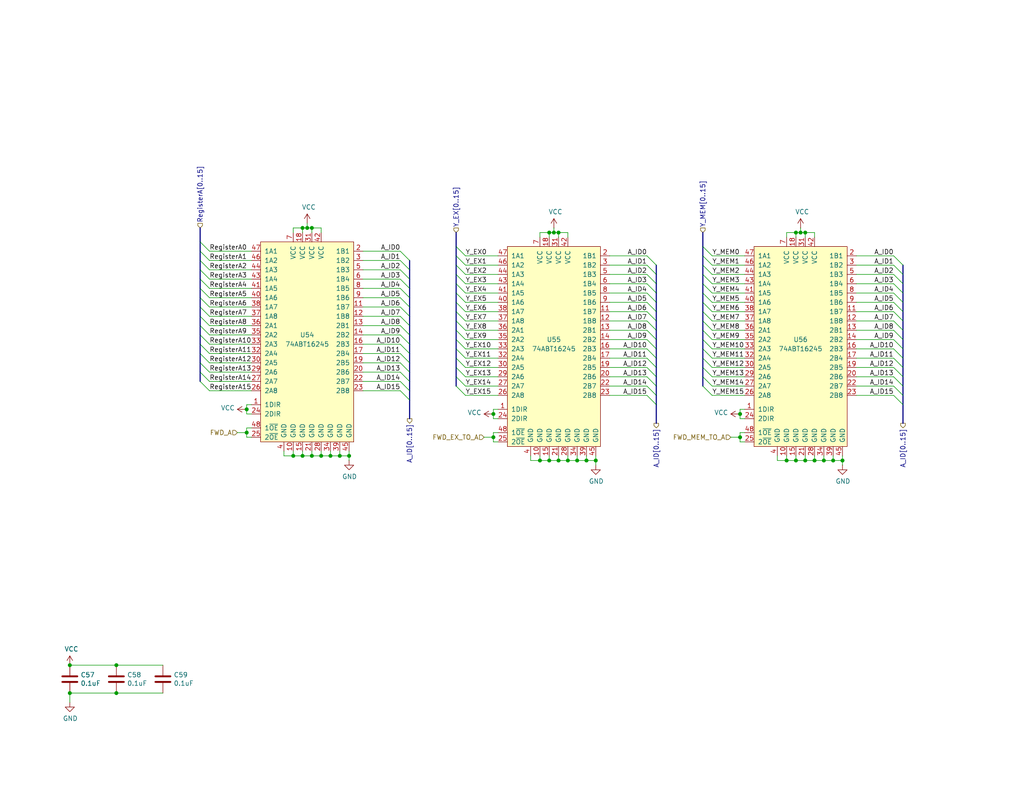
<source format=kicad_sch>
(kicad_sch (version 20250114) (generator "eeschema") (generator_version "9.0")
  (paper "USLetter")
  (title_block (date "2025-07-16") (rev "A"))
  (lib_symbols
    (symbol "Device:C" (pin_numbers (hide yes)) (pin_names (offset 0.254))
      (property "Reference" "C" (at 0.635 2.54 0))
      (property "Value" "C" (at 0.635 -2.54 0))
      (symbol "C_0_1"
        (polyline (pts (xy -2.032 0.762) (xy 2.032 0.762)) (stroke (width 0.508)))
        (polyline (pts (xy -2.032 -0.762) (xy 2.032 -0.762)) (stroke (width 0.508)))
      )
      (symbol "C_1_1"
        (pin passive line (at 0 3.81 270) (length 2.794) (name "~") (number "1"))
        (pin passive line (at 0 -3.81 90) (length 2.794) (name "~") (number "2"))
      )
    )
    (symbol "Turtle16:74ABT16245" (pin_names (offset 1.016))
      (property "Reference" "U" (at 0 1.27 0))
      (property "Value" "74ABT16245" (at 0 -1.27 0))
      (symbol "74ABT16245_0_1"
        (rectangle (start -12.7 26.67) (end 12.7 -27.94) (fill (type background)))
      )
      (symbol "74ABT16245_1_1"
        (pin tri_state line (at -15.24 24.13 0) (length 2.54) (name "1A1") (number "47"))
        (pin tri_state line (at -15.24 21.59 0) (length 2.54) (name "1A2") (number "46"))
        (pin tri_state line (at -15.24 19.05 0) (length 2.54) (name "1A3") (number "44"))
        (pin tri_state line (at -15.24 16.51 0) (length 2.54) (name "1A4") (number "43"))
        (pin tri_state line (at -15.24 13.97 0) (length 2.54) (name "1A5") (number "41"))
        (pin tri_state line (at -15.24 11.43 0) (length 2.54) (name "1A6") (number "40"))
        (pin tri_state line (at -15.24 8.89 0) (length 2.54) (name "1A7") (number "38"))
        (pin tri_state line (at -15.24 6.35 0) (length 2.54) (name "1A8") (number "37"))
        (pin tri_state line (at -15.24 3.81 0) (length 2.54) (name "2A1") (number "36"))
        (pin tri_state line (at -15.24 1.27 0) (length 2.54) (name "2A2") (number "35"))
        (pin tri_state line (at -15.24 -1.27 0) (length 2.54) (name "2A3") (number "33"))
        (pin tri_state line (at -15.24 -3.81 0) (length 2.54) (name "2A4") (number "32"))
        (pin tri_state line (at -15.24 -6.35 0) (length 2.54) (name "2A5") (number "30"))
        (pin tri_state line (at -15.24 -8.89 0) (length 2.54) (name "2A6") (number "29"))
        (pin tri_state line (at -15.24 -11.43 0) (length 2.54) (name "2A7") (number "27"))
        (pin tri_state line (at -15.24 -13.97 0) (length 2.54) (name "2A8") (number "26"))
        (pin input line (at -15.24 -17.78 0) (length 2.54) (name "1DIR") (number "1"))
        (pin input line (at -15.24 -20.32 0) (length 2.54) (name "2DIR") (number "24"))
        (pin input line (at -15.24 -24.13 0) (length 2.54) (name "1~{OE}") (number "48"))
        (pin input line (at -15.24 -26.67 0) (length 2.54) (name "2~{OE}") (number "25"))
        (pin power_in line (at -6.35 -30.48 90) (length 2.54) (name "GND") (number "4"))
        (pin power_in line (at -3.81 29.21 270) (length 2.54) (name "VCC") (number "7"))
        (pin power_in line (at -3.81 -30.48 90) (length 2.54) (name "GND") (number "10"))
        (pin power_in line (at -1.27 29.21 270) (length 2.54) (name "VCC") (number "18"))
        (pin power_in line (at -1.27 -30.48 90) (length 2.54) (name "GND") (number "15"))
        (pin power_in line (at 1.27 29.21 270) (length 2.54) (name "VCC") (number "31"))
        (pin power_in line (at 1.27 -30.48 90) (length 2.54) (name "GND") (number "21"))
        (pin power_in line (at 3.81 29.21 270) (length 2.54) (name "VCC") (number "42"))
        (pin power_in line (at 3.81 -30.48 90) (length 2.54) (name "GND") (number "28"))
        (pin power_in line (at 6.35 -30.48 90) (length 2.54) (name "GND") (number "34"))
        (pin power_in line (at 8.89 -30.48 90) (length 2.54) (name "GND") (number "39"))
        (pin power_in line (at 11.43 -30.48 90) (length 2.54) (name "GND") (number "45"))
        (pin tri_state line (at 15.24 24.13 180) (length 2.54) (name "1B1") (number "2"))
        (pin tri_state line (at 15.24 21.59 180) (length 2.54) (name "1B2") (number "3"))
        (pin tri_state line (at 15.24 19.05 180) (length 2.54) (name "1B3") (number "5"))
        (pin tri_state line (at 15.24 16.51 180) (length 2.54) (name "1B4") (number "6"))
        (pin tri_state line (at 15.24 13.97 180) (length 2.54) (name "1B5") (number "8"))
        (pin tri_state line (at 15.24 11.43 180) (length 2.54) (name "1B6") (number "9"))
        (pin tri_state line (at 15.24 8.89 180) (length 2.54) (name "1B7") (number "11"))
        (pin tri_state line (at 15.24 6.35 180) (length 2.54) (name "1B8") (number "12"))
        (pin tri_state line (at 15.24 3.81 180) (length 2.54) (name "2B1") (number "13"))
        (pin tri_state line (at 15.24 1.27 180) (length 2.54) (name "2B2") (number "14"))
        (pin tri_state line (at 15.24 -1.27 180) (length 2.54) (name "2B3") (number "16"))
        (pin tri_state line (at 15.24 -3.81 180) (length 2.54) (name "2B4") (number "17"))
        (pin tri_state line (at 15.24 -6.35 180) (length 2.54) (name "2B5") (number "19"))
        (pin tri_state line (at 15.24 -8.89 180) (length 2.54) (name "2B6") (number "20"))
        (pin tri_state line (at 15.24 -11.43 180) (length 2.54) (name "2B7") (number "22"))
        (pin tri_state line (at 15.24 -13.97 180) (length 2.54) (name "2B8") (number "23"))
      )
    )
    (symbol "power:GND" (power) (pin_numbers (hide yes)) (pin_names (offset 0) (hide yes))
      (property "Value" "GND" (at 0 -3.81 0))
      (symbol "GND_0_1"
        (polyline (pts (xy 0 0) (xy 0 -1.27) (xy 1.27 -1.27) (xy 0 -2.54) (xy -1.27 -1.27) (xy 0 -1.27)))
      )
      (symbol "GND_1_1"
        (pin power_in line (at 0 0 270) (length 0) (name "~") (number "1"))
      )
    )
    (symbol "power:VCC" (power) (pin_numbers (hide yes)) (pin_names (offset 0) (hide yes))
      (property "Value" "VCC" (at 0 3.556 0))
      (symbol "VCC_0_1"
        (polyline (pts (xy -0.762 1.27) (xy 0 2.54)))
        (polyline (pts (xy 0 2.54) (xy 0.762 1.27)))
        (polyline (pts (xy 0 0) (xy 0 2.54)))
      )
      (symbol "VCC_1_1"
        (pin power_in line (at 0 0 90) (length 0) (name "~") (number "1"))
      )
    )
  )
  (junction (at 219.71 125.73))
  (junction (at 152.4 63.5))
  (junction (at 134.62 119.38))
  (junction (at 154.94 125.73))
  (junction (at 80.01 124.46))
  (junction (at 217.17 125.73))
  (junction (at 147.32 125.73))
  (junction (at 217.17 63.5))
  (junction (at 134.62 113.03))
  (junction (at 160.02 125.73))
  (junction (at 83.82 62.23))
  (junction (at 151.13 63.5))
  (junction (at 227.33 125.73))
  (junction (at 82.55 62.23))
  (junction (at 67.31 111.76))
  (junction (at 19.05 181.61))
  (junction (at 224.79 125.73))
  (junction (at 152.4 125.73))
  (junction (at 149.86 63.5))
  (junction (at 162.56 125.73))
  (junction (at 214.63 125.73))
  (junction (at 31.75 181.61))
  (junction (at 201.93 113.03))
  (junction (at 85.09 124.46))
  (junction (at 229.87 125.73))
  (junction (at 92.71 124.46))
  (junction (at 222.25 125.73))
  (junction (at 90.17 124.46))
  (junction (at 201.93 119.38))
  (junction (at 95.25 124.46))
  (junction (at 67.31 118.11))
  (junction (at 219.71 63.5))
  (junction (at 19.05 189.23))
  (junction (at 87.63 124.46))
  (junction (at 82.55 124.46))
  (junction (at 218.44 63.5))
  (junction (at 31.75 189.23))
  (junction (at 149.86 125.73))
  (junction (at 85.09 62.23))
  (junction (at 157.48 125.73))
  (bus_entry (at 194.31 95.25) (size -2.54 -2.54))
  (bus_entry (at 176.53 77.47) (size 2.54 2.54))
  (bus_entry (at 243.84 77.47) (size 2.54 2.54))
  (bus_entry (at 54.61 73.66) (size 2.54 2.54))
  (bus_entry (at 243.84 107.95) (size 2.54 2.54))
  (bus_entry (at 54.61 86.36) (size 2.54 2.54))
  (bus_entry (at 176.53 80.01) (size 2.54 2.54))
  (bus_entry (at 109.22 106.68) (size 2.54 2.54))
  (bus_entry (at 243.84 95.25) (size 2.54 2.54))
  (bus_entry (at 109.22 93.98) (size 2.54 2.54))
  (bus_entry (at 127 85.09) (size -2.54 -2.54))
  (bus_entry (at 176.53 85.09) (size 2.54 2.54))
  (bus_entry (at 127 95.25) (size -2.54 -2.54))
  (bus_entry (at 109.22 96.52) (size 2.54 2.54))
  (bus_entry (at 194.31 107.95) (size -2.54 -2.54))
  (bus_entry (at 109.22 68.58) (size 2.54 2.54))
  (bus_entry (at 194.31 69.85) (size -2.54 -2.54))
  (bus_entry (at 243.84 97.79) (size 2.54 2.54))
  (bus_entry (at 194.31 90.17) (size -2.54 -2.54))
  (bus_entry (at 243.84 100.33) (size 2.54 2.54))
  (bus_entry (at 127 102.87) (size -2.54 -2.54))
  (bus_entry (at 127 87.63) (size -2.54 -2.54))
  (bus_entry (at 54.61 93.98) (size 2.54 2.54))
  (bus_entry (at 176.53 69.85) (size 2.54 2.54))
  (bus_entry (at 194.31 74.93) (size -2.54 -2.54))
  (bus_entry (at 243.84 74.93) (size 2.54 2.54))
  (bus_entry (at 176.53 72.39) (size 2.54 2.54))
  (bus_entry (at 109.22 91.44) (size 2.54 2.54))
  (bus_entry (at 127 90.17) (size -2.54 -2.54))
  (bus_entry (at 194.31 72.39) (size -2.54 -2.54))
  (bus_entry (at 176.53 90.17) (size 2.54 2.54))
  (bus_entry (at 127 77.47) (size -2.54 -2.54))
  (bus_entry (at 243.84 105.41) (size 2.54 2.54))
  (bus_entry (at 127 80.01) (size -2.54 -2.54))
  (bus_entry (at 54.61 91.44) (size 2.54 2.54))
  (bus_entry (at 243.84 69.85) (size 2.54 2.54))
  (bus_entry (at 176.53 100.33) (size 2.54 2.54))
  (bus_entry (at 194.31 105.41) (size -2.54 -2.54))
  (bus_entry (at 243.84 82.55) (size 2.54 2.54))
  (bus_entry (at 54.61 68.58) (size 2.54 2.54))
  (bus_entry (at 194.31 102.87) (size -2.54 -2.54))
  (bus_entry (at 109.22 76.2) (size 2.54 2.54))
  (bus_entry (at 127 92.71) (size -2.54 -2.54))
  (bus_entry (at 194.31 100.33) (size -2.54 -2.54))
  (bus_entry (at 54.61 104.14) (size 2.54 2.54))
  (bus_entry (at 243.84 90.17) (size 2.54 2.54))
  (bus_entry (at 54.61 76.2) (size 2.54 2.54))
  (bus_entry (at 127 100.33) (size -2.54 -2.54))
  (bus_entry (at 194.31 85.09) (size -2.54 -2.54))
  (bus_entry (at 54.61 83.82) (size 2.54 2.54))
  (bus_entry (at 176.53 87.63) (size 2.54 2.54))
  (bus_entry (at 127 74.93) (size -2.54 -2.54))
  (bus_entry (at 176.53 92.71) (size 2.54 2.54))
  (bus_entry (at 176.53 82.55) (size 2.54 2.54))
  (bus_entry (at 127 97.79) (size -2.54 -2.54))
  (bus_entry (at 194.31 77.47) (size -2.54 -2.54))
  (bus_entry (at 194.31 82.55) (size -2.54 -2.54))
  (bus_entry (at 109.22 78.74) (size 2.54 2.54))
  (bus_entry (at 127 105.41) (size -2.54 -2.54))
  (bus_entry (at 109.22 83.82) (size 2.54 2.54))
  (bus_entry (at 109.22 81.28) (size 2.54 2.54))
  (bus_entry (at 243.84 92.71) (size 2.54 2.54))
  (bus_entry (at 109.22 99.06) (size 2.54 2.54))
  (bus_entry (at 194.31 87.63) (size -2.54 -2.54))
  (bus_entry (at 127 69.85) (size -2.54 -2.54))
  (bus_entry (at 194.31 97.79) (size -2.54 -2.54))
  (bus_entry (at 127 107.95) (size -2.54 -2.54))
  (bus_entry (at 127 72.39) (size -2.54 -2.54))
  (bus_entry (at 176.53 105.41) (size 2.54 2.54))
  (bus_entry (at 54.61 66.04) (size 2.54 2.54))
  (bus_entry (at 54.61 101.6) (size 2.54 2.54))
  (bus_entry (at 176.53 97.79) (size 2.54 2.54))
  (bus_entry (at 176.53 102.87) (size 2.54 2.54))
  (bus_entry (at 109.22 71.12) (size 2.54 2.54))
  (bus_entry (at 109.22 101.6) (size 2.54 2.54))
  (bus_entry (at 54.61 96.52) (size 2.54 2.54))
  (bus_entry (at 194.31 92.71) (size -2.54 -2.54))
  (bus_entry (at 54.61 88.9) (size 2.54 2.54))
  (bus_entry (at 243.84 80.01) (size 2.54 2.54))
  (bus_entry (at 194.31 80.01) (size -2.54 -2.54))
  (bus_entry (at 109.22 88.9) (size 2.54 2.54))
  (bus_entry (at 176.53 107.95) (size 2.54 2.54))
  (bus_entry (at 243.84 72.39) (size 2.54 2.54))
  (bus_entry (at 243.84 85.09) (size 2.54 2.54))
  (bus_entry (at 54.61 81.28) (size 2.54 2.54))
  (bus_entry (at 243.84 87.63) (size 2.54 2.54))
  (bus_entry (at 243.84 102.87) (size 2.54 2.54))
  (bus_entry (at 176.53 74.93) (size 2.54 2.54))
  (bus_entry (at 54.61 78.74) (size 2.54 2.54))
  (bus_entry (at 127 82.55) (size -2.54 -2.54))
  (bus_entry (at 109.22 86.36) (size 2.54 2.54))
  (bus_entry (at 54.61 99.06) (size 2.54 2.54))
  (bus_entry (at 176.53 95.25) (size 2.54 2.54))
  (bus_entry (at 109.22 73.66) (size 2.54 2.54))
  (bus_entry (at 109.22 104.14) (size 2.54 2.54))
  (bus_entry (at 54.61 71.12) (size 2.54 2.54))
  (wire (pts (xy 77.47 124.46) (xy 80.01 124.46)))
  (wire (pts (xy 67.31 118.11) (xy 64.77 118.11)))
  (wire (pts (xy 87.63 62.23) (xy 87.63 63.5)))
  (wire (pts (xy 80.01 123.19) (xy 80.01 124.46)))
  (wire (pts (xy 224.79 125.73) (xy 227.33 125.73)))
  (wire (pts (xy 176.53 95.25) (xy 166.37 95.25)))
  (bus (pts (xy 124.46 85.09) (xy 124.46 87.63)))
  (wire (pts (xy 218.44 62.23) (xy 218.44 63.5)))
  (bus (pts (xy 246.38 95.25) (xy 246.38 97.79)))
  (bus (pts (xy 179.07 72.39) (xy 179.07 74.93)))
  (wire (pts (xy 243.84 95.25) (xy 233.68 95.25)))
  (wire (pts (xy 212.09 124.46) (xy 212.09 125.73)))
  (wire (pts (xy 194.31 100.33) (xy 203.2 100.33)))
  (wire (pts (xy 57.15 83.82) (xy 68.58 83.82)))
  (bus (pts (xy 191.77 85.09) (xy 191.77 87.63)))
  (wire (pts (xy 57.15 68.58) (xy 68.58 68.58)))
  (wire (pts (xy 109.22 101.6) (xy 99.06 101.6)))
  (wire (pts (xy 57.15 73.66) (xy 68.58 73.66)))
  (bus (pts (xy 54.61 88.9) (xy 54.61 91.44)))
  (bus (pts (xy 191.77 95.25) (xy 191.77 97.79)))
  (wire (pts (xy 109.22 86.36) (xy 99.06 86.36)))
  (wire (pts (xy 127 97.79) (xy 135.89 97.79)))
  (wire (pts (xy 214.63 63.5) (xy 217.17 63.5)))
  (bus (pts (xy 54.61 68.58) (xy 54.61 71.12)))
  (wire (pts (xy 80.01 62.23) (xy 82.55 62.23)))
  (wire (pts (xy 92.71 124.46) (xy 92.71 123.19)))
  (wire (pts (xy 57.15 88.9) (xy 68.58 88.9)))
  (bus (pts (xy 179.07 85.09) (xy 179.07 87.63)))
  (bus (pts (xy 54.61 86.36) (xy 54.61 88.9)))
  (wire (pts (xy 151.13 62.23) (xy 151.13 63.5)))
  (wire (pts (xy 201.93 118.11) (xy 201.93 119.38)))
  (wire (pts (xy 147.32 64.77) (xy 147.32 63.5)))
  (bus (pts (xy 246.38 105.41) (xy 246.38 107.95)))
  (wire (pts (xy 82.55 62.23) (xy 83.82 62.23)))
  (wire (pts (xy 201.93 113.03) (xy 201.93 114.3)))
  (wire (pts (xy 80.01 63.5) (xy 80.01 62.23)))
  (wire (pts (xy 85.09 124.46) (xy 85.09 123.19)))
  (wire (pts (xy 67.31 110.49) (xy 67.31 111.76)))
  (wire (pts (xy 134.62 119.38) (xy 134.62 120.65)))
  (wire (pts (xy 67.31 111.76) (xy 67.31 113.03)))
  (bus (pts (xy 124.46 67.31) (xy 124.46 69.85)))
  (wire (pts (xy 83.82 60.96) (xy 83.82 62.23)))
  (wire (pts (xy 151.13 63.5) (xy 152.4 63.5)))
  (bus (pts (xy 246.38 102.87) (xy 246.38 105.41)))
  (wire (pts (xy 217.17 125.73) (xy 219.71 125.73)))
  (bus (pts (xy 111.76 76.2) (xy 111.76 78.74)))
  (wire (pts (xy 214.63 124.46) (xy 214.63 125.73)))
  (wire (pts (xy 19.05 191.77) (xy 19.05 189.23)))
  (wire (pts (xy 80.01 124.46) (xy 82.55 124.46)))
  (bus (pts (xy 124.46 92.71) (xy 124.46 95.25)))
  (bus (pts (xy 191.77 102.87) (xy 191.77 105.41)))
  (bus (pts (xy 179.07 105.41) (xy 179.07 107.95)))
  (wire (pts (xy 134.62 118.11) (xy 134.62 119.38)))
  (wire (pts (xy 176.53 82.55) (xy 166.37 82.55)))
  (bus (pts (xy 191.77 100.33) (xy 191.77 102.87)))
  (bus (pts (xy 124.46 102.87) (xy 124.46 105.41)))
  (wire (pts (xy 109.22 104.14) (xy 99.06 104.14)))
  (wire (pts (xy 90.17 124.46) (xy 87.63 124.46)))
  (wire (pts (xy 224.79 125.73) (xy 222.25 125.73)))
  (wire (pts (xy 154.94 63.5) (xy 154.94 64.77)))
  (bus (pts (xy 111.76 96.52) (xy 111.76 99.06)))
  (wire (pts (xy 222.25 63.5) (xy 222.25 64.77)))
  (wire (pts (xy 243.84 74.93) (xy 233.68 74.93)))
  (bus (pts (xy 179.07 82.55) (xy 179.07 85.09)))
  (wire (pts (xy 109.22 99.06) (xy 99.06 99.06)))
  (wire (pts (xy 57.15 91.44) (xy 68.58 91.44)))
  (wire (pts (xy 109.22 71.12) (xy 99.06 71.12)))
  (bus (pts (xy 246.38 80.01) (xy 246.38 82.55)))
  (wire (pts (xy 90.17 124.46) (xy 90.17 123.19)))
  (bus (pts (xy 124.46 63.5) (xy 124.46 67.31)))
  (bus (pts (xy 54.61 99.06) (xy 54.61 101.6)))
  (wire (pts (xy 92.71 124.46) (xy 95.25 124.46)))
  (wire (pts (xy 243.84 102.87) (xy 233.68 102.87)))
  (wire (pts (xy 243.84 92.71) (xy 233.68 92.71)))
  (wire (pts (xy 134.62 111.76) (xy 134.62 113.03)))
  (wire (pts (xy 194.31 69.85) (xy 203.2 69.85)))
  (bus (pts (xy 191.77 97.79) (xy 191.77 100.33)))
  (bus (pts (xy 246.38 92.71) (xy 246.38 95.25)))
  (wire (pts (xy 176.53 90.17) (xy 166.37 90.17)))
  (bus (pts (xy 179.07 102.87) (xy 179.07 105.41)))
  (bus (pts (xy 246.38 85.09) (xy 246.38 87.63)))
  (wire (pts (xy 109.22 83.82) (xy 99.06 83.82)))
  (wire (pts (xy 87.63 124.46) (xy 85.09 124.46)))
  (bus (pts (xy 111.76 106.68) (xy 111.76 109.22)))
  (bus (pts (xy 111.76 73.66) (xy 111.76 76.2)))
  (wire (pts (xy 176.53 77.47) (xy 166.37 77.47)))
  (wire (pts (xy 201.93 111.76) (xy 201.93 113.03)))
  (wire (pts (xy 134.62 120.65) (xy 135.89 120.65)))
  (wire (pts (xy 85.09 62.23) (xy 87.63 62.23)))
  (wire (pts (xy 176.53 107.95) (xy 166.37 107.95)))
  (wire (pts (xy 194.31 90.17) (xy 203.2 90.17)))
  (wire (pts (xy 201.93 119.38) (xy 201.93 120.65)))
  (wire (pts (xy 147.32 63.5) (xy 149.86 63.5)))
  (wire (pts (xy 134.62 119.38) (xy 132.08 119.38)))
  (wire (pts (xy 149.86 124.46) (xy 149.86 125.73)))
  (wire (pts (xy 44.45 189.23) (xy 31.75 189.23)))
  (wire (pts (xy 77.47 123.19) (xy 77.47 124.46)))
  (wire (pts (xy 222.25 125.73) (xy 219.71 125.73)))
  (wire (pts (xy 229.87 125.73) (xy 229.87 124.46)))
  (bus (pts (xy 111.76 71.12) (xy 111.76 73.66)))
  (wire (pts (xy 219.71 64.77) (xy 219.71 63.5)))
  (bus (pts (xy 124.46 87.63) (xy 124.46 90.17)))
  (wire (pts (xy 152.4 63.5) (xy 154.94 63.5)))
  (wire (pts (xy 243.84 107.95) (xy 233.68 107.95)))
  (bus (pts (xy 246.38 72.39) (xy 246.38 74.93)))
  (wire (pts (xy 243.84 85.09) (xy 233.68 85.09)))
  (bus (pts (xy 111.76 99.06) (xy 111.76 101.6)))
  (bus (pts (xy 54.61 62.23) (xy 54.61 66.04)))
  (bus (pts (xy 179.07 87.63) (xy 179.07 90.17)))
  (wire (pts (xy 243.84 105.41) (xy 233.68 105.41)))
  (wire (pts (xy 157.48 125.73) (xy 154.94 125.73)))
  (wire (pts (xy 176.53 97.79) (xy 166.37 97.79)))
  (wire (pts (xy 154.94 125.73) (xy 152.4 125.73)))
  (wire (pts (xy 194.31 72.39) (xy 203.2 72.39)))
  (wire (pts (xy 127 72.39) (xy 135.89 72.39)))
  (bus (pts (xy 111.76 91.44) (xy 111.76 93.98)))
  (wire (pts (xy 219.71 63.5) (xy 222.25 63.5)))
  (bus (pts (xy 54.61 91.44) (xy 54.61 93.98)))
  (bus (pts (xy 124.46 82.55) (xy 124.46 85.09)))
  (wire (pts (xy 154.94 125.73) (xy 154.94 124.46)))
  (wire (pts (xy 176.53 105.41) (xy 166.37 105.41)))
  (wire (pts (xy 160.02 125.73) (xy 160.02 124.46)))
  (bus (pts (xy 54.61 71.12) (xy 54.61 73.66)))
  (bus (pts (xy 111.76 81.28) (xy 111.76 83.82)))
  (bus (pts (xy 111.76 88.9) (xy 111.76 91.44)))
  (wire (pts (xy 57.15 96.52) (xy 68.58 96.52)))
  (wire (pts (xy 194.31 80.01) (xy 203.2 80.01)))
  (bus (pts (xy 246.38 82.55) (xy 246.38 85.09)))
  (bus (pts (xy 246.38 110.49) (xy 246.38 115.57)))
  (bus (pts (xy 179.07 77.47) (xy 179.07 80.01)))
  (wire (pts (xy 90.17 124.46) (xy 92.71 124.46)))
  (wire (pts (xy 127 80.01) (xy 135.89 80.01)))
  (wire (pts (xy 67.31 116.84) (xy 67.31 118.11)))
  (bus (pts (xy 246.38 90.17) (xy 246.38 92.71)))
  (wire (pts (xy 219.71 125.73) (xy 219.71 124.46)))
  (wire (pts (xy 147.32 124.46) (xy 147.32 125.73)))
  (bus (pts (xy 246.38 97.79) (xy 246.38 100.33)))
  (wire (pts (xy 127 90.17) (xy 135.89 90.17)))
  (wire (pts (xy 135.89 118.11) (xy 134.62 118.11)))
  (bus (pts (xy 111.76 104.14) (xy 111.76 106.68)))
  (wire (pts (xy 227.33 125.73) (xy 229.87 125.73)))
  (wire (pts (xy 194.31 102.87) (xy 203.2 102.87)))
  (wire (pts (xy 147.32 125.73) (xy 149.86 125.73)))
  (wire (pts (xy 31.75 189.23) (xy 19.05 189.23)))
  (wire (pts (xy 67.31 113.03) (xy 68.58 113.03)))
  (wire (pts (xy 243.84 90.17) (xy 233.68 90.17)))
  (wire (pts (xy 127 92.71) (xy 135.89 92.71)))
  (bus (pts (xy 191.77 77.47) (xy 191.77 80.01)))
  (wire (pts (xy 67.31 119.38) (xy 68.58 119.38)))
  (wire (pts (xy 127 82.55) (xy 135.89 82.55)))
  (wire (pts (xy 149.86 125.73) (xy 152.4 125.73)))
  (wire (pts (xy 95.25 125.73) (xy 95.25 124.46)))
  (wire (pts (xy 109.22 76.2) (xy 99.06 76.2)))
  (bus (pts (xy 179.07 74.93) (xy 179.07 77.47)))
  (wire (pts (xy 176.53 80.01) (xy 166.37 80.01)))
  (bus (pts (xy 191.77 67.31) (xy 191.77 69.85)))
  (wire (pts (xy 243.84 97.79) (xy 233.68 97.79)))
  (wire (pts (xy 217.17 124.46) (xy 217.17 125.73)))
  (wire (pts (xy 109.22 88.9) (xy 99.06 88.9)))
  (wire (pts (xy 82.55 124.46) (xy 85.09 124.46)))
  (wire (pts (xy 176.53 69.85) (xy 166.37 69.85)))
  (bus (pts (xy 124.46 80.01) (xy 124.46 82.55)))
  (wire (pts (xy 157.48 125.73) (xy 160.02 125.73)))
  (wire (pts (xy 144.78 125.73) (xy 147.32 125.73)))
  (bus (pts (xy 179.07 100.33) (xy 179.07 102.87)))
  (wire (pts (xy 160.02 125.73) (xy 162.56 125.73)))
  (wire (pts (xy 194.31 92.71) (xy 203.2 92.71)))
  (wire (pts (xy 127 107.95) (xy 135.89 107.95)))
  (bus (pts (xy 111.76 109.22) (xy 111.76 114.3)))
  (wire (pts (xy 68.58 110.49) (xy 67.31 110.49)))
  (wire (pts (xy 57.15 81.28) (xy 68.58 81.28)))
  (bus (pts (xy 54.61 83.82) (xy 54.61 86.36)))
  (wire (pts (xy 212.09 125.73) (xy 214.63 125.73)))
  (bus (pts (xy 54.61 101.6) (xy 54.61 104.14)))
  (wire (pts (xy 227.33 125.73) (xy 227.33 124.46)))
  (wire (pts (xy 68.58 116.84) (xy 67.31 116.84)))
  (wire (pts (xy 95.25 124.46) (xy 95.25 123.19)))
  (bus (pts (xy 124.46 77.47) (xy 124.46 80.01)))
  (bus (pts (xy 246.38 74.93) (xy 246.38 77.47)))
  (wire (pts (xy 218.44 63.5) (xy 219.71 63.5)))
  (wire (pts (xy 109.22 68.58) (xy 99.06 68.58)))
  (bus (pts (xy 179.07 110.49) (xy 179.07 115.57)))
  (wire (pts (xy 162.56 127) (xy 162.56 125.73)))
  (bus (pts (xy 191.77 82.55) (xy 191.77 85.09)))
  (bus (pts (xy 246.38 77.47) (xy 246.38 80.01)))
  (wire (pts (xy 194.31 107.95) (xy 203.2 107.95)))
  (wire (pts (xy 224.79 125.73) (xy 224.79 124.46)))
  (wire (pts (xy 85.09 63.5) (xy 85.09 62.23)))
  (wire (pts (xy 19.05 181.61) (xy 31.75 181.61)))
  (wire (pts (xy 229.87 127) (xy 229.87 125.73)))
  (wire (pts (xy 134.62 113.03) (xy 134.62 114.3)))
  (wire (pts (xy 57.15 76.2) (xy 68.58 76.2)))
  (wire (pts (xy 127 87.63) (xy 135.89 87.63)))
  (wire (pts (xy 176.53 74.93) (xy 166.37 74.93)))
  (wire (pts (xy 57.15 78.74) (xy 68.58 78.74)))
  (wire (pts (xy 176.53 87.63) (xy 166.37 87.63)))
  (wire (pts (xy 82.55 123.19) (xy 82.55 124.46)))
  (bus (pts (xy 111.76 83.82) (xy 111.76 86.36)))
  (wire (pts (xy 127 95.25) (xy 135.89 95.25)))
  (bus (pts (xy 191.77 90.17) (xy 191.77 92.71)))
  (wire (pts (xy 243.84 100.33) (xy 233.68 100.33)))
  (wire (pts (xy 243.84 82.55) (xy 233.68 82.55)))
  (wire (pts (xy 203.2 111.76) (xy 201.93 111.76)))
  (wire (pts (xy 194.31 85.09) (xy 203.2 85.09)))
  (wire (pts (xy 214.63 125.73) (xy 217.17 125.73)))
  (bus (pts (xy 191.77 63.5) (xy 191.77 67.31)))
  (bus (pts (xy 179.07 107.95) (xy 179.07 110.49)))
  (bus (pts (xy 191.77 72.39) (xy 191.77 74.93)))
  (wire (pts (xy 194.31 87.63) (xy 203.2 87.63)))
  (wire (pts (xy 135.89 111.76) (xy 134.62 111.76)))
  (bus (pts (xy 124.46 97.79) (xy 124.46 100.33)))
  (bus (pts (xy 54.61 93.98) (xy 54.61 96.52)))
  (bus (pts (xy 111.76 101.6) (xy 111.76 104.14)))
  (wire (pts (xy 31.75 181.61) (xy 44.45 181.61)))
  (wire (pts (xy 127 74.93) (xy 135.89 74.93)))
  (wire (pts (xy 109.22 81.28) (xy 99.06 81.28)))
  (bus (pts (xy 124.46 95.25) (xy 124.46 97.79)))
  (wire (pts (xy 67.31 118.11) (xy 67.31 119.38)))
  (bus (pts (xy 179.07 90.17) (xy 179.07 92.71)))
  (bus (pts (xy 124.46 90.17) (xy 124.46 92.71)))
  (wire (pts (xy 134.62 114.3) (xy 135.89 114.3)))
  (wire (pts (xy 214.63 64.77) (xy 214.63 63.5)))
  (wire (pts (xy 201.93 119.38) (xy 199.39 119.38)))
  (wire (pts (xy 176.53 100.33) (xy 166.37 100.33)))
  (bus (pts (xy 111.76 93.98) (xy 111.76 96.52)))
  (bus (pts (xy 191.77 92.71) (xy 191.77 95.25)))
  (wire (pts (xy 109.22 78.74) (xy 99.06 78.74)))
  (bus (pts (xy 124.46 74.93) (xy 124.46 77.47)))
  (wire (pts (xy 82.55 63.5) (xy 82.55 62.23)))
  (wire (pts (xy 109.22 93.98) (xy 99.06 93.98)))
  (wire (pts (xy 109.22 106.68) (xy 99.06 106.68)))
  (bus (pts (xy 54.61 73.66) (xy 54.61 76.2)))
  (wire (pts (xy 127 102.87) (xy 135.89 102.87)))
  (bus (pts (xy 191.77 69.85) (xy 191.77 72.39)))
  (wire (pts (xy 203.2 118.11) (xy 201.93 118.11)))
  (wire (pts (xy 57.15 101.6) (xy 68.58 101.6)))
  (wire (pts (xy 194.31 77.47) (xy 203.2 77.47)))
  (wire (pts (xy 149.86 63.5) (xy 151.13 63.5)))
  (wire (pts (xy 194.31 97.79) (xy 203.2 97.79)))
  (bus (pts (xy 54.61 66.04) (xy 54.61 68.58)))
  (bus (pts (xy 179.07 80.01) (xy 179.07 82.55)))
  (wire (pts (xy 57.15 71.12) (xy 68.58 71.12)))
  (wire (pts (xy 57.15 106.68) (xy 68.58 106.68)))
  (bus (pts (xy 191.77 80.01) (xy 191.77 82.55)))
  (wire (pts (xy 162.56 125.73) (xy 162.56 124.46)))
  (wire (pts (xy 194.31 82.55) (xy 203.2 82.55)))
  (bus (pts (xy 54.61 76.2) (xy 54.61 78.74)))
  (wire (pts (xy 176.53 85.09) (xy 166.37 85.09)))
  (wire (pts (xy 144.78 124.46) (xy 144.78 125.73)))
  (bus (pts (xy 179.07 92.71) (xy 179.07 95.25)))
  (wire (pts (xy 152.4 64.77) (xy 152.4 63.5)))
  (wire (pts (xy 127 77.47) (xy 135.89 77.47)))
  (wire (pts (xy 57.15 86.36) (xy 68.58 86.36)))
  (wire (pts (xy 127 85.09) (xy 135.89 85.09)))
  (wire (pts (xy 176.53 102.87) (xy 166.37 102.87)))
  (bus (pts (xy 54.61 96.52) (xy 54.61 99.06)))
  (bus (pts (xy 246.38 107.95) (xy 246.38 110.49)))
  (wire (pts (xy 243.84 80.01) (xy 233.68 80.01)))
  (wire (pts (xy 176.53 72.39) (xy 166.37 72.39)))
  (wire (pts (xy 157.48 125.73) (xy 157.48 124.46)))
  (wire (pts (xy 83.82 62.23) (xy 85.09 62.23)))
  (wire (pts (xy 127 100.33) (xy 135.89 100.33)))
  (bus (pts (xy 191.77 87.63) (xy 191.77 90.17)))
  (wire (pts (xy 217.17 64.77) (xy 217.17 63.5)))
  (wire (pts (xy 201.93 120.65) (xy 203.2 120.65)))
  (wire (pts (xy 217.17 63.5) (xy 218.44 63.5)))
  (wire (pts (xy 243.84 77.47) (xy 233.68 77.47)))
  (bus (pts (xy 191.77 74.93) (xy 191.77 77.47)))
  (wire (pts (xy 194.31 74.93) (xy 203.2 74.93)))
  (bus (pts (xy 54.61 81.28) (xy 54.61 83.82)))
  (wire (pts (xy 109.22 73.66) (xy 99.06 73.66)))
  (wire (pts (xy 243.84 72.39) (xy 233.68 72.39)))
  (wire (pts (xy 222.25 125.73) (xy 222.25 124.46)))
  (wire (pts (xy 176.53 92.71) (xy 166.37 92.71)))
  (bus (pts (xy 111.76 78.74) (xy 111.76 81.28)))
  (wire (pts (xy 194.31 105.41) (xy 203.2 105.41)))
  (wire (pts (xy 194.31 95.25) (xy 203.2 95.25)))
  (wire (pts (xy 109.22 96.52) (xy 99.06 96.52)))
  (wire (pts (xy 127 105.41) (xy 135.89 105.41)))
  (wire (pts (xy 87.63 124.46) (xy 87.63 123.19)))
  (wire (pts (xy 243.84 69.85) (xy 233.68 69.85)))
  (wire (pts (xy 57.15 104.14) (xy 68.58 104.14)))
  (wire (pts (xy 57.15 99.06) (xy 68.58 99.06)))
  (bus (pts (xy 246.38 100.33) (xy 246.38 102.87)))
  (bus (pts (xy 124.46 100.33) (xy 124.46 102.87)))
  (bus (pts (xy 179.07 97.79) (xy 179.07 100.33)))
  (wire (pts (xy 127 69.85) (xy 135.89 69.85)))
  (wire (pts (xy 149.86 64.77) (xy 149.86 63.5)))
  (bus (pts (xy 54.61 78.74) (xy 54.61 81.28)))
  (wire (pts (xy 201.93 114.3) (xy 203.2 114.3)))
  (bus (pts (xy 246.38 87.63) (xy 246.38 90.17)))
  (wire (pts (xy 57.15 93.98) (xy 68.58 93.98)))
  (bus (pts (xy 111.76 86.36) (xy 111.76 88.9)))
  (wire (pts (xy 109.22 91.44) (xy 99.06 91.44)))
  (wire (pts (xy 243.84 87.63) (xy 233.68 87.63)))
  (wire (pts (xy 152.4 125.73) (xy 152.4 124.46)))
  (bus (pts (xy 124.46 72.39) (xy 124.46 74.93)))
  (bus (pts (xy 179.07 95.25) (xy 179.07 97.79)))
  (bus (pts (xy 124.46 69.85) (xy 124.46 72.39)))
  (label "RegisterA4" (at 57.15 78.74 0))
  (label "RegisterA3" (at 57.15 76.2 0))
  (label "RegisterA5" (at 57.15 81.28 0))
  (label "A_ID10" (at 176.53 95.25 180))
  (label "A_ID0" (at 176.53 69.85 180))
  (label "A_ID8" (at 176.53 90.17 180))
  (label "A_ID13" (at 243.84 102.87 180))
  (label "Y_MEM13" (at 194.31 102.87 0))
  (label "RegisterA8" (at 57.15 88.9 0))
  (label "Y_EX8" (at 127 90.17 0))
  (label "A_ID3" (at 176.53 77.47 180))
  (label "Y_MEM11" (at 194.31 97.79 0))
  (label "A_ID15" (at 109.22 106.68 180))
  (label "A_ID10" (at 243.84 95.25 180))
  (label "Y_MEM1" (at 194.31 72.39 0))
  (label "A_ID15" (at 176.53 107.95 180))
  (label "Y_MEM14" (at 194.31 105.41 0))
  (label "A_ID14" (at 243.84 105.41 180))
  (label "A_ID9" (at 109.22 91.44 180))
  (label "A_ID6" (at 109.22 83.82 180))
  (label "A_ID6" (at 176.53 85.09 180))
  (label "RegisterA0" (at 57.15 68.58 0))
  (label "A_ID9" (at 243.84 92.71 180))
  (label "RegisterA11" (at 57.15 96.52 0))
  (label "Y_EX10" (at 127 95.25 0))
  (label "Y_EX0" (at 127 69.85 0))
  (label "A_ID4" (at 243.84 80.01 180))
  (label "Y_EX4" (at 127 80.01 0))
  (label "Y_MEM4" (at 194.31 80.01 0))
  (label "Y_EX12" (at 127 100.33 0))
  (label "Y_EX5" (at 127 82.55 0))
  (label "A_ID1" (at 243.84 72.39 180))
  (label "A_ID3" (at 109.22 76.2 180))
  (label "A_ID12" (at 109.22 99.06 180))
  (label "A_ID2" (at 243.84 74.93 180))
  (label "A_ID13" (at 176.53 102.87 180))
  (label "A_ID1" (at 176.53 72.39 180))
  (label "Y_MEM8" (at 194.31 90.17 0))
  (label "Y_EX15" (at 127 107.95 0))
  (label "Y_EX11" (at 127 97.79 0))
  (label "A_ID7" (at 109.22 86.36 180))
  (label "A_ID2" (at 109.22 73.66 180))
  (label "Y_EX7" (at 127 87.63 0))
  (label "A_ID7" (at 243.84 87.63 180))
  (label "RegisterA7" (at 57.15 86.36 0))
  (label "Y_MEM7" (at 194.31 87.63 0))
  (label "Y_MEM9" (at 194.31 92.71 0))
  (label "Y_MEM15" (at 194.31 107.95 0))
  (label "A_ID1" (at 109.22 71.12 180))
  (label "RegisterA15" (at 57.15 106.68 0))
  (label "A_ID5" (at 243.84 82.55 180))
  (label "RegisterA6" (at 57.15 83.82 0))
  (label "A_ID6" (at 243.84 85.09 180))
  (label "RegisterA9" (at 57.15 91.44 0))
  (label "Y_EX1" (at 127 72.39 0))
  (label "Y_MEM2" (at 194.31 74.93 0))
  (label "A_ID13" (at 109.22 101.6 180))
  (label "A_ID11" (at 243.84 97.79 180))
  (label "Y_EX14" (at 127 105.41 0))
  (label "Y_EX9" (at 127 92.71 0))
  (label "A_ID5" (at 109.22 81.28 180))
  (label "Y_MEM0" (at 194.31 69.85 0))
  (label "A_ID0" (at 109.22 68.58 180))
  (label "Y_MEM6" (at 194.31 85.09 0))
  (label "A_ID0" (at 243.84 69.85 180))
  (label "Y_MEM12" (at 194.31 100.33 0))
  (label "RegisterA10" (at 57.15 93.98 0))
  (label "A_ID10" (at 109.22 93.98 180))
  (label "RegisterA2" (at 57.15 73.66 0))
  (label "A_ID4" (at 109.22 78.74 180))
  (label "RegisterA12" (at 57.15 99.06 0))
  (label "A_ID11" (at 176.53 97.79 180))
  (label "A_ID9" (at 176.53 92.71 180))
  (label "A_ID15" (at 243.84 107.95 180))
  (label "Y_MEM3" (at 194.31 77.47 0))
  (label "Y_EX13" (at 127 102.87 0))
  (label "Y_MEM5" (at 194.31 82.55 0))
  (label "Y_EX3" (at 127 77.47 0))
  (label "A_ID4" (at 176.53 80.01 180))
  (label "RegisterA1" (at 57.15 71.12 0))
  (label "Y_MEM10" (at 194.31 95.25 0))
  (label "A_ID11" (at 109.22 96.52 180))
  (label "A_ID12" (at 176.53 100.33 180))
  (label "RegisterA14" (at 57.15 104.14 0))
  (label "A_ID8" (at 243.84 90.17 180))
  (label "A_ID12" (at 243.84 100.33 180))
  (label "A_ID8" (at 109.22 88.9 180))
  (label "A_ID3" (at 243.84 77.47 180))
  (label "A_ID7" (at 176.53 87.63 180))
  (label "A_ID14" (at 109.22 104.14 180))
  (label "A_ID5" (at 176.53 82.55 180))
  (label "Y_EX6" (at 127 85.09 0))
  (label "Y_EX2" (at 127 74.93 0))
  (label "A_ID2" (at 176.53 74.93 180))
  (label "A_ID14" (at 176.53 105.41 180))
  (label "RegisterA13" (at 57.15 101.6 0))
  (hierarchical_label "RegisterA[0..15]" (shape input) (at 54.61 62.23 90))
  (hierarchical_label "Y_EX[0..15]" (shape input) (at 124.46 63.5 90))
  (hierarchical_label "FWD_EX_TO_A" (shape input) (at 132.08 119.38 180))
  (hierarchical_label "FWD_MEM_TO_A" (shape input) (at 199.39 119.38 180))
  (hierarchical_label "A_ID[0..15]" (shape output) (at 246.38 115.57 270))
  (hierarchical_label "A_ID[0..15]" (shape output) (at 111.76 114.3 270))
  (hierarchical_label "Y_MEM[0..15]" (shape input) (at 191.77 63.5 90))
  (hierarchical_label "FWD_A" (shape input) (at 64.77 118.11 180))
  (hierarchical_label "A_ID[0..15]" (shape output) (at 179.07 115.57 270))
  (symbol (lib_id "Device:C") (at 19.05 185.42 0) (unit 1)
    (property "Reference" "C57" (at 21.971 184.2516 0) (effects (justify left)))
    (property "Value" "0.1uF" (at 21.971 186.563 0) (effects (justify left)))
    (property "Footprint" "Capacitor_SMD:C_0603_1608Metric" (effects (hide yes)))
    (property "Datasheet" "https://www.mouser.com/datasheet/2/396/taiyo_yuden_12132018_mlcc11_hq_e-1510082.pdf" (effects (hide yes)))
    (property "Manufacturer" "Taiyo Yuden" (effects (hide yes)))
    (property "Manufacturer#" "EMK107B7104KAHT" (effects (hide yes)))
    (property "Mouser#" "963-EMK107B7104KAHT" (effects (hide yes)))
    (property "Digikey#" "587-6004-1-ND" (effects (hide yes)))
  )
  (symbol (lib_id "power:VCC") (at 67.31 111.76 90) (unit 1)
    (property "Reference" "#PWR0350" (effects (hide yes)))
    (property "Value" "VCC" (at 64.0842 111.379 90) (effects (justify left)))
    (property "Description" "Power symbol creates a global label with name \"VCC\"" (effects (hide yes)))
  )
  (symbol (lib_id "power:GND") (at 229.87 127 0) (unit 1)
    (property "Reference" "#PWR0358" (effects (hide yes)))
    (property "Value" "GND" (at 229.997 131.3942 0))
    (property "Description" "Power symbol creates a global label with name \"GND\" , ground" (effects (hide yes)))
  )
  (symbol (lib_id "power:VCC") (at 218.44 62.23 0) (unit 1)
    (property "Reference" "#PWR0357" (effects (hide yes)))
    (property "Value" "VCC" (at 218.8718 57.8358 0))
    (property "Description" "Power symbol creates a global label with name \"VCC\"" (effects (hide yes)))
  )
  (symbol (lib_id "Device:C") (at 31.75 185.42 0) (unit 1)
    (property "Reference" "C58" (at 34.671 184.2516 0) (effects (justify left)))
    (property "Value" "0.1uF" (at 34.671 186.563 0) (effects (justify left)))
    (property "Footprint" "Capacitor_SMD:C_0603_1608Metric" (effects (hide yes)))
    (property "Datasheet" "https://www.mouser.com/datasheet/2/396/taiyo_yuden_12132018_mlcc11_hq_e-1510082.pdf" (effects (hide yes)))
    (property "Manufacturer" "Taiyo Yuden" (effects (hide yes)))
    (property "Manufacturer#" "EMK107B7104KAHT" (effects (hide yes)))
    (property "Mouser#" "963-EMK107B7104KAHT" (effects (hide yes)))
    (property "Digikey#" "587-6004-1-ND" (effects (hide yes)))
  )
  (symbol (lib_id "power:VCC") (at 19.05 181.61 0) (unit 1)
    (property "Reference" "#PWR0348" (effects (hide yes)))
    (property "Value" "VCC" (at 19.4818 177.2158 0))
    (property "Description" "Power symbol creates a global label with name \"VCC\"" (effects (hide yes)))
  )
  (symbol (lib_id "power:GND") (at 19.05 191.77 0) (unit 1)
    (property "Reference" "#PWR0349" (effects (hide yes)))
    (property "Value" "GND" (at 19.177 196.1642 0))
    (property "Description" "Power symbol creates a global label with name \"GND\" , ground" (effects (hide yes)))
  )
  (symbol (lib_id "Device:C") (at 44.45 185.42 0) (unit 1)
    (property "Reference" "C59" (at 47.371 184.2516 0) (effects (justify left)))
    (property "Value" "0.1uF" (at 47.371 186.563 0) (effects (justify left)))
    (property "Footprint" "Capacitor_SMD:C_0603_1608Metric" (effects (hide yes)))
    (property "Datasheet" "https://www.mouser.com/datasheet/2/396/taiyo_yuden_12132018_mlcc11_hq_e-1510082.pdf" (effects (hide yes)))
    (property "Manufacturer" "Taiyo Yuden" (effects (hide yes)))
    (property "Manufacturer#" "EMK107B7104KAHT" (effects (hide yes)))
    (property "Mouser#" "963-EMK107B7104KAHT" (effects (hide yes)))
    (property "Digikey#" "587-6004-1-ND" (effects (hide yes)))
  )
  (symbol (lib_id "power:VCC") (at 83.82 60.96 0) (unit 1)
    (property "Reference" "#PWR0351" (effects (hide yes)))
    (property "Value" "VCC" (at 84.2518 56.5658 0))
    (property "Description" "Power symbol creates a global label with name \"VCC\"" (effects (hide yes)))
  )
  (symbol (lib_id "power:GND") (at 95.25 125.73 0) (unit 1)
    (property "Reference" "#PWR0352" (effects (hide yes)))
    (property "Value" "GND" (at 95.377 130.1242 0))
    (property "Description" "Power symbol creates a global label with name \"GND\" , ground" (effects (hide yes)))
  )
  (symbol (lib_id "Turtle16:74ABT16245") (at 83.82 92.71 0) (unit 1)
    (property "Reference" "U54" (at 83.82 91.44 0))
    (property "Value" "74ABT16245" (at 83.82 93.98 0))
    (property "Footprint" "Package_SO:TSSOP-48_6.1x12.5mm_P0.5mm" (effects (hide yes)))
    (property "Datasheet" "https://www.ti.com/general/docs/suppproductinfo.tsp?distId=26&gotoUrl=https://www.ti.com/lit/gpn/sn74abth16245" (effects (hide yes)))
    (property "Manufacturer" "Texas Instruments" (effects (hide yes)))
    (property "Manufacturer#" "SN74ABTH16245DGGR" (effects (hide yes)))
    (property "Mouser#" "595-SNABTH16245DGGR" (effects (hide yes)))
    (property "Digikey#" "296-4124-1-ND" (effects (hide yes)))
  )
  (symbol (lib_id "Turtle16:74ABT16245") (at 151.13 93.98 0) (unit 1)
    (property "Reference" "U55" (at 151.13 92.71 0))
    (property "Value" "74ABT16245" (at 151.13 95.25 0))
    (property "Footprint" "Package_SO:TSSOP-48_6.1x12.5mm_P0.5mm" (effects (hide yes)))
    (property "Datasheet" "https://www.ti.com/general/docs/suppproductinfo.tsp?distId=26&gotoUrl=https://www.ti.com/lit/gpn/sn74abth16245" (effects (hide yes)))
    (property "Manufacturer" "Texas Instruments" (effects (hide yes)))
    (property "Manufacturer#" "SN74ABTH16245DGGR" (effects (hide yes)))
    (property "Mouser#" "595-SNABTH16245DGGR" (effects (hide yes)))
    (property "Digikey#" "296-4124-1-ND" (effects (hide yes)))
  )
  (symbol (lib_id "power:VCC") (at 134.62 113.03 90) (unit 1)
    (property "Reference" "#PWR0353" (effects (hide yes)))
    (property "Value" "VCC" (at 131.3942 112.649 90) (effects (justify left)))
    (property "Description" "Power symbol creates a global label with name \"VCC\"" (effects (hide yes)))
  )
  (symbol (lib_id "power:GND") (at 162.56 127 0) (unit 1)
    (property "Reference" "#PWR0355" (effects (hide yes)))
    (property "Value" "GND" (at 162.687 131.3942 0))
    (property "Description" "Power symbol creates a global label with name \"GND\" , ground" (effects (hide yes)))
  )
  (symbol (lib_id "power:VCC") (at 151.13 62.23 0) (unit 1)
    (property "Reference" "#PWR0354" (effects (hide yes)))
    (property "Value" "VCC" (at 151.5618 57.8358 0))
    (property "Description" "Power symbol creates a global label with name \"VCC\"" (effects (hide yes)))
  )
  (symbol (lib_id "Turtle16:74ABT16245") (at 218.44 93.98 0) (unit 1)
    (property "Reference" "U56" (at 218.44 92.71 0))
    (property "Value" "74ABT16245" (at 218.44 95.25 0))
    (property "Footprint" "Package_SO:TSSOP-48_6.1x12.5mm_P0.5mm" (effects (hide yes)))
    (property "Datasheet" "https://www.ti.com/general/docs/suppproductinfo.tsp?distId=26&gotoUrl=https://www.ti.com/lit/gpn/sn74abth16245" (effects (hide yes)))
    (property "Manufacturer" "Texas Instruments" (effects (hide yes)))
    (property "Manufacturer#" "SN74ABTH16245DGGR" (effects (hide yes)))
    (property "Mouser#" "595-SNABTH16245DGGR" (effects (hide yes)))
    (property "Digikey#" "296-4124-1-ND" (effects (hide yes)))
  )
  (symbol (lib_id "power:VCC") (at 201.93 113.03 90) (unit 1)
    (property "Reference" "#PWR0356" (effects (hide yes)))
    (property "Value" "VCC" (at 198.7042 112.649 90) (effects (justify left)))
    (property "Description" "Power symbol creates a global label with name \"VCC\"" (effects (hide yes)))
  )
)
</source>
